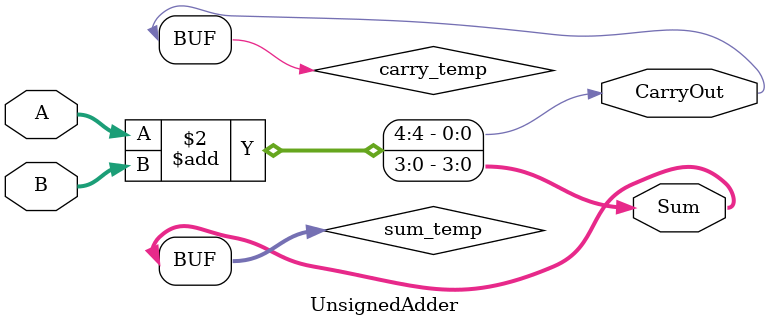
<source format=sv>
module UnsignedAdder(
  input [3:0] A, 
  input [3:0] B,
  output [3:0] Sum,
  output CarryOut
);
  reg [3:0] sum_temp;
  reg carry_temp;

  always @(A,B) begin
    {carry_temp, sum_temp} = A + B;
  end

  assign Sum = sum_temp;
  assign CarryOut = carry_temp;
endmodule

</source>
